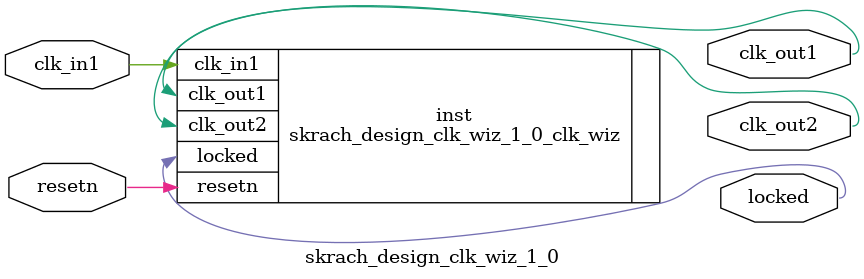
<source format=v>


`timescale 1ps/1ps

(* CORE_GENERATION_INFO = "skrach_design_clk_wiz_1_0,clk_wiz_v6_0_3_0_0,{component_name=skrach_design_clk_wiz_1_0,use_phase_alignment=true,use_min_o_jitter=false,use_max_i_jitter=false,use_dyn_phase_shift=false,use_inclk_switchover=false,use_dyn_reconfig=false,enable_axi=0,feedback_source=FDBK_AUTO,PRIMITIVE=MMCM,num_out_clk=2,clkin1_period=10.000,clkin2_period=10.000,use_power_down=false,use_reset=true,use_locked=true,use_inclk_stopped=false,feedback_type=SINGLE,CLOCK_MGR_TYPE=NA,manual_override=false}" *)

module skrach_design_clk_wiz_1_0 
 (
  // Clock out ports
  output        clk_out1,
  output        clk_out2,
  // Status and control signals
  input         resetn,
  output        locked,
 // Clock in ports
  input         clk_in1
 );

  skrach_design_clk_wiz_1_0_clk_wiz inst
  (
  // Clock out ports  
  .clk_out1(clk_out1),
  .clk_out2(clk_out2),
  // Status and control signals               
  .resetn(resetn), 
  .locked(locked),
 // Clock in ports
  .clk_in1(clk_in1)
  );

endmodule

</source>
